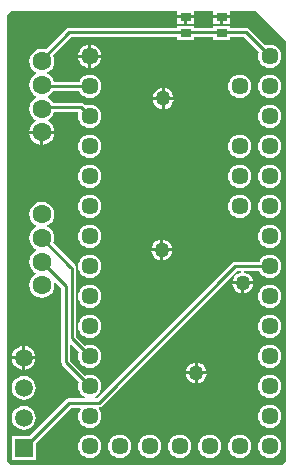
<source format=gtl>
G04 Layer_Physical_Order=1*
G04 Layer_Color=255*
%FSAX24Y24*%
%MOIN*%
G70*
G01*
G75*
%ADD10R,0.0354X0.0276*%
%ADD11C,0.0100*%
%ADD12R,0.0591X0.0591*%
%ADD13C,0.0591*%
%ADD14C,0.0630*%
%ADD15C,0.0570*%
%ADD16C,0.0500*%
G36*
X022458Y046941D02*
Y032959D01*
X022341Y032842D01*
X013259D01*
X013142Y032959D01*
Y047841D01*
X013259Y047958D01*
X018823D01*
Y047826D01*
X019377D01*
Y047958D01*
X020023D01*
Y047826D01*
X020577D01*
Y047958D01*
X021441D01*
X022458Y046941D01*
D02*
G37*
%LPC*%
G36*
X013750Y036792D02*
Y036450D01*
X014092D01*
X014085Y036503D01*
X014045Y036599D01*
X013982Y036682D01*
X013899Y036745D01*
X013803Y036785D01*
X013750Y036792D01*
D02*
G37*
G36*
X015900Y037838D02*
X015799Y037825D01*
X015706Y037786D01*
X015625Y037725D01*
X015564Y037644D01*
X015525Y037550D01*
X015512Y037450D01*
X015525Y037350D01*
X015564Y037256D01*
X015625Y037175D01*
X015706Y037114D01*
X015799Y037075D01*
X015900Y037062D01*
X016001Y037075D01*
X016094Y037114D01*
X016175Y037175D01*
X016236Y037256D01*
X016275Y037350D01*
X016288Y037450D01*
X016275Y037550D01*
X016236Y037644D01*
X016175Y037725D01*
X016094Y037786D01*
X016001Y037825D01*
X015900Y037838D01*
D02*
G37*
G36*
X021900D02*
X021799Y037825D01*
X021706Y037786D01*
X021625Y037725D01*
X021564Y037644D01*
X021525Y037550D01*
X021512Y037450D01*
X021525Y037350D01*
X021564Y037256D01*
X021625Y037175D01*
X021706Y037114D01*
X021799Y037075D01*
X021900Y037062D01*
X022001Y037075D01*
X022094Y037114D01*
X022175Y037175D01*
X022236Y037256D01*
X022275Y037350D01*
X022288Y037450D01*
X022275Y037550D01*
X022236Y037644D01*
X022175Y037725D01*
X022094Y037786D01*
X022001Y037825D01*
X021900Y037838D01*
D02*
G37*
G36*
X013650Y036792D02*
X013597Y036785D01*
X013501Y036745D01*
X013418Y036682D01*
X013355Y036599D01*
X013315Y036503D01*
X013308Y036450D01*
X013650D01*
Y036792D01*
D02*
G37*
G36*
Y036350D02*
X013308D01*
X013315Y036297D01*
X013355Y036201D01*
X013418Y036118D01*
X013501Y036055D01*
X013597Y036015D01*
X013650Y036008D01*
Y036350D01*
D02*
G37*
G36*
X014092D02*
X013750D01*
Y036008D01*
X013803Y036015D01*
X013899Y036055D01*
X013982Y036118D01*
X014045Y036201D01*
X014085Y036297D01*
X014092Y036350D01*
D02*
G37*
G36*
X021900Y036838D02*
X021799Y036825D01*
X021706Y036786D01*
X021625Y036725D01*
X021564Y036644D01*
X021525Y036551D01*
X021512Y036450D01*
X021525Y036349D01*
X021564Y036256D01*
X021625Y036175D01*
X021706Y036114D01*
X021799Y036075D01*
X021900Y036062D01*
X022001Y036075D01*
X022094Y036114D01*
X022175Y036175D01*
X022236Y036256D01*
X022275Y036349D01*
X022288Y036450D01*
X022275Y036551D01*
X022236Y036644D01*
X022175Y036725D01*
X022094Y036786D01*
X022001Y036825D01*
X021900Y036838D01*
D02*
G37*
G36*
X015900Y038838D02*
X015799Y038825D01*
X015706Y038786D01*
X015625Y038725D01*
X015564Y038644D01*
X015525Y038551D01*
X015512Y038450D01*
X015525Y038349D01*
X015564Y038256D01*
X015625Y038175D01*
X015706Y038114D01*
X015799Y038075D01*
X015900Y038062D01*
X016001Y038075D01*
X016094Y038114D01*
X016175Y038175D01*
X016236Y038256D01*
X016275Y038349D01*
X016288Y038450D01*
X016275Y038551D01*
X016236Y038644D01*
X016175Y038725D01*
X016094Y038786D01*
X016001Y038825D01*
X015900Y038838D01*
D02*
G37*
G36*
X014300Y041602D02*
X014192Y041588D01*
X014091Y041546D01*
X014004Y041480D01*
X013937Y041393D01*
X013896Y041292D01*
X013881Y041184D01*
X013896Y041075D01*
X013937Y040974D01*
X014004Y040888D01*
X014091Y040821D01*
X014109Y040814D01*
Y040764D01*
X014091Y040756D01*
X014004Y040690D01*
X013937Y040603D01*
X013896Y040502D01*
X013881Y040394D01*
X013896Y040285D01*
X013937Y040184D01*
X014004Y040098D01*
X014091Y040031D01*
X014106Y040025D01*
Y039975D01*
X014091Y039969D01*
X014004Y039902D01*
X013937Y039816D01*
X013896Y039715D01*
X013881Y039606D01*
X013896Y039498D01*
X013937Y039397D01*
X014004Y039310D01*
X014091Y039244D01*
X014106Y039238D01*
Y039188D01*
X014091Y039181D01*
X014004Y039115D01*
X013937Y039028D01*
X013896Y038927D01*
X013881Y038819D01*
X013896Y038711D01*
X013937Y038610D01*
X014004Y038523D01*
X014091Y038456D01*
X014192Y038415D01*
X014300Y038400D01*
X014408Y038415D01*
X014509Y038456D01*
X014596Y038523D01*
X014662Y038610D01*
X014704Y038711D01*
X014719Y038819D01*
X014706Y038913D01*
X014751Y038939D01*
X014947Y038743D01*
Y036250D01*
X014959Y036191D01*
X014992Y036142D01*
X015542Y035592D01*
X015525Y035550D01*
X015512Y035450D01*
X015525Y035350D01*
X015564Y035256D01*
X015625Y035175D01*
X015706Y035114D01*
X015732Y035103D01*
X015722Y035053D01*
X015200D01*
X015141Y035041D01*
X015092Y035008D01*
X013879Y033795D01*
X013305D01*
Y033005D01*
X014095D01*
Y033579D01*
X015263Y034747D01*
X015580D01*
X015604Y034697D01*
X015564Y034644D01*
X015525Y034550D01*
X015512Y034450D01*
X015525Y034350D01*
X015564Y034256D01*
X015625Y034175D01*
X015706Y034114D01*
X015799Y034075D01*
X015900Y034062D01*
X016001Y034075D01*
X016094Y034114D01*
X016175Y034175D01*
X016236Y034256D01*
X016275Y034350D01*
X016288Y034450D01*
X016275Y034550D01*
X016236Y034644D01*
X016196Y034697D01*
X016197Y034710D01*
X016218Y034751D01*
X016259Y034759D01*
X016308Y034792D01*
X020813Y039297D01*
X020951D01*
X020955Y039247D01*
X020909Y039241D01*
X020823Y039206D01*
X020750Y039150D01*
X020694Y039077D01*
X020659Y038991D01*
X020654Y038950D01*
X021346D01*
X021341Y038991D01*
X021306Y039077D01*
X021250Y039150D01*
X021177Y039206D01*
X021091Y039241D01*
X021045Y039247D01*
X021049Y039297D01*
X021547D01*
X021564Y039256D01*
X021625Y039175D01*
X021706Y039114D01*
X021799Y039075D01*
X021900Y039062D01*
X022001Y039075D01*
X022094Y039114D01*
X022175Y039175D01*
X022236Y039256D01*
X022275Y039350D01*
X022288Y039450D01*
X022275Y039550D01*
X022236Y039644D01*
X022175Y039725D01*
X022094Y039786D01*
X022001Y039825D01*
X021900Y039838D01*
X021799Y039825D01*
X021706Y039786D01*
X021625Y039725D01*
X021564Y039644D01*
X021547Y039603D01*
X020750D01*
X020691Y039591D01*
X020642Y039558D01*
X016137Y035053D01*
X016078D01*
X016068Y035103D01*
X016094Y035114D01*
X016175Y035175D01*
X016236Y035256D01*
X016275Y035350D01*
X016288Y035450D01*
X016275Y035550D01*
X016236Y035644D01*
X016175Y035725D01*
X016094Y035786D01*
X016001Y035825D01*
X015900Y035838D01*
X015799Y035825D01*
X015758Y035808D01*
X015253Y036313D01*
Y036815D01*
X015299Y036835D01*
X015542Y036592D01*
X015525Y036551D01*
X015512Y036450D01*
X015525Y036349D01*
X015564Y036256D01*
X015625Y036175D01*
X015706Y036114D01*
X015799Y036075D01*
X015900Y036062D01*
X016001Y036075D01*
X016094Y036114D01*
X016175Y036175D01*
X016236Y036256D01*
X016275Y036349D01*
X016288Y036450D01*
X016275Y036551D01*
X016236Y036644D01*
X016175Y036725D01*
X016094Y036786D01*
X016001Y036825D01*
X015900Y036838D01*
X015799Y036825D01*
X015758Y036808D01*
X015453Y037113D01*
Y039394D01*
X015441Y039452D01*
X015408Y039502D01*
X015361Y039549D01*
X014681Y040229D01*
X014704Y040285D01*
X014719Y040394D01*
X014704Y040502D01*
X014662Y040603D01*
X014596Y040690D01*
X014509Y040756D01*
X014491Y040764D01*
Y040814D01*
X014509Y040821D01*
X014596Y040888D01*
X014662Y040974D01*
X014704Y041075D01*
X014719Y041184D01*
X014704Y041292D01*
X014662Y041393D01*
X014596Y041480D01*
X014509Y041546D01*
X014408Y041588D01*
X014300Y041602D01*
D02*
G37*
G36*
X018250Y039950D02*
X017954D01*
X017959Y039909D01*
X017994Y039823D01*
X018050Y039750D01*
X018123Y039694D01*
X018209Y039659D01*
X018250Y039654D01*
Y039950D01*
D02*
G37*
G36*
X018646D02*
X018350D01*
Y039654D01*
X018391Y039659D01*
X018477Y039694D01*
X018550Y039750D01*
X018606Y039823D01*
X018641Y039909D01*
X018646Y039950D01*
D02*
G37*
G36*
X015900Y039838D02*
X015799Y039825D01*
X015706Y039786D01*
X015625Y039725D01*
X015564Y039644D01*
X015525Y039550D01*
X015512Y039450D01*
X015525Y039350D01*
X015564Y039256D01*
X015625Y039175D01*
X015706Y039114D01*
X015799Y039075D01*
X015900Y039062D01*
X016001Y039075D01*
X016094Y039114D01*
X016175Y039175D01*
X016236Y039256D01*
X016275Y039350D01*
X016288Y039450D01*
X016275Y039550D01*
X016236Y039644D01*
X016175Y039725D01*
X016094Y039786D01*
X016001Y039825D01*
X015900Y039838D01*
D02*
G37*
G36*
X021900Y038838D02*
X021799Y038825D01*
X021706Y038786D01*
X021625Y038725D01*
X021564Y038644D01*
X021525Y038551D01*
X021512Y038450D01*
X021525Y038349D01*
X021564Y038256D01*
X021625Y038175D01*
X021706Y038114D01*
X021799Y038075D01*
X021900Y038062D01*
X022001Y038075D01*
X022094Y038114D01*
X022175Y038175D01*
X022236Y038256D01*
X022275Y038349D01*
X022288Y038450D01*
X022275Y038551D01*
X022236Y038644D01*
X022175Y038725D01*
X022094Y038786D01*
X022001Y038825D01*
X021900Y038838D01*
D02*
G37*
G36*
X020950Y038850D02*
X020654D01*
X020659Y038809D01*
X020694Y038723D01*
X020750Y038650D01*
X020823Y038594D01*
X020909Y038559D01*
X020950Y038554D01*
Y038850D01*
D02*
G37*
G36*
X021346D02*
X021050D01*
Y038554D01*
X021091Y038559D01*
X021177Y038594D01*
X021250Y038650D01*
X021306Y038723D01*
X021341Y038809D01*
X021346Y038850D01*
D02*
G37*
G36*
X019900Y033838D02*
X019799Y033825D01*
X019706Y033786D01*
X019625Y033725D01*
X019564Y033644D01*
X019525Y033551D01*
X019512Y033450D01*
X019525Y033349D01*
X019564Y033256D01*
X019625Y033175D01*
X019706Y033114D01*
X019799Y033075D01*
X019900Y033062D01*
X020001Y033075D01*
X020094Y033114D01*
X020175Y033175D01*
X020236Y033256D01*
X020275Y033349D01*
X020288Y033450D01*
X020275Y033551D01*
X020236Y033644D01*
X020175Y033725D01*
X020094Y033786D01*
X020001Y033825D01*
X019900Y033838D01*
D02*
G37*
G36*
X020900D02*
X020800Y033825D01*
X020706Y033786D01*
X020625Y033725D01*
X020564Y033644D01*
X020525Y033551D01*
X020512Y033450D01*
X020525Y033349D01*
X020564Y033256D01*
X020625Y033175D01*
X020706Y033114D01*
X020800Y033075D01*
X020900Y033062D01*
X021000Y033075D01*
X021094Y033114D01*
X021175Y033175D01*
X021236Y033256D01*
X021275Y033349D01*
X021288Y033450D01*
X021275Y033551D01*
X021236Y033644D01*
X021175Y033725D01*
X021094Y033786D01*
X021000Y033825D01*
X020900Y033838D01*
D02*
G37*
G36*
X021900D02*
X021799Y033825D01*
X021706Y033786D01*
X021625Y033725D01*
X021564Y033644D01*
X021525Y033551D01*
X021512Y033450D01*
X021525Y033349D01*
X021564Y033256D01*
X021625Y033175D01*
X021706Y033114D01*
X021799Y033075D01*
X021900Y033062D01*
X022001Y033075D01*
X022094Y033114D01*
X022175Y033175D01*
X022236Y033256D01*
X022275Y033349D01*
X022288Y033450D01*
X022275Y033551D01*
X022236Y033644D01*
X022175Y033725D01*
X022094Y033786D01*
X022001Y033825D01*
X021900Y033838D01*
D02*
G37*
G36*
X018900D02*
X018799Y033825D01*
X018706Y033786D01*
X018625Y033725D01*
X018564Y033644D01*
X018525Y033551D01*
X018512Y033450D01*
X018525Y033349D01*
X018564Y033256D01*
X018625Y033175D01*
X018706Y033114D01*
X018799Y033075D01*
X018900Y033062D01*
X019001Y033075D01*
X019094Y033114D01*
X019175Y033175D01*
X019236Y033256D01*
X019275Y033349D01*
X019288Y033450D01*
X019275Y033551D01*
X019236Y033644D01*
X019175Y033725D01*
X019094Y033786D01*
X019001Y033825D01*
X018900Y033838D01*
D02*
G37*
G36*
X015900D02*
X015799Y033825D01*
X015706Y033786D01*
X015625Y033725D01*
X015564Y033644D01*
X015525Y033551D01*
X015512Y033450D01*
X015525Y033349D01*
X015564Y033256D01*
X015625Y033175D01*
X015706Y033114D01*
X015799Y033075D01*
X015900Y033062D01*
X016001Y033075D01*
X016094Y033114D01*
X016175Y033175D01*
X016236Y033256D01*
X016275Y033349D01*
X016288Y033450D01*
X016275Y033551D01*
X016236Y033644D01*
X016175Y033725D01*
X016094Y033786D01*
X016001Y033825D01*
X015900Y033838D01*
D02*
G37*
G36*
X016900D02*
X016799Y033825D01*
X016706Y033786D01*
X016625Y033725D01*
X016564Y033644D01*
X016525Y033551D01*
X016512Y033450D01*
X016525Y033349D01*
X016564Y033256D01*
X016625Y033175D01*
X016706Y033114D01*
X016799Y033075D01*
X016900Y033062D01*
X017001Y033075D01*
X017094Y033114D01*
X017175Y033175D01*
X017236Y033256D01*
X017275Y033349D01*
X017288Y033450D01*
X017275Y033551D01*
X017236Y033644D01*
X017175Y033725D01*
X017094Y033786D01*
X017001Y033825D01*
X016900Y033838D01*
D02*
G37*
G36*
X017900D02*
X017799Y033825D01*
X017706Y033786D01*
X017625Y033725D01*
X017564Y033644D01*
X017525Y033551D01*
X017512Y033450D01*
X017525Y033349D01*
X017564Y033256D01*
X017625Y033175D01*
X017706Y033114D01*
X017799Y033075D01*
X017900Y033062D01*
X018001Y033075D01*
X018094Y033114D01*
X018175Y033175D01*
X018236Y033256D01*
X018275Y033349D01*
X018288Y033450D01*
X018275Y033551D01*
X018236Y033644D01*
X018175Y033725D01*
X018094Y033786D01*
X018001Y033825D01*
X017900Y033838D01*
D02*
G37*
G36*
X013700Y034799D02*
X013597Y034785D01*
X013501Y034745D01*
X013418Y034682D01*
X013355Y034599D01*
X013315Y034503D01*
X013301Y034400D01*
X013315Y034297D01*
X013355Y034201D01*
X013418Y034118D01*
X013501Y034055D01*
X013597Y034015D01*
X013700Y034001D01*
X013803Y034015D01*
X013899Y034055D01*
X013982Y034118D01*
X014045Y034201D01*
X014085Y034297D01*
X014099Y034400D01*
X014085Y034503D01*
X014045Y034599D01*
X013982Y034682D01*
X013899Y034745D01*
X013803Y034785D01*
X013700Y034799D01*
D02*
G37*
G36*
X019796Y035850D02*
X019500D01*
Y035554D01*
X019541Y035559D01*
X019627Y035594D01*
X019700Y035650D01*
X019756Y035723D01*
X019791Y035809D01*
X019796Y035850D01*
D02*
G37*
G36*
X019400Y036246D02*
X019359Y036241D01*
X019273Y036206D01*
X019200Y036150D01*
X019144Y036077D01*
X019109Y035991D01*
X019104Y035950D01*
X019400D01*
Y036246D01*
D02*
G37*
G36*
X019500D02*
Y035950D01*
X019796D01*
X019791Y035991D01*
X019756Y036077D01*
X019700Y036150D01*
X019627Y036206D01*
X019541Y036241D01*
X019500Y036246D01*
D02*
G37*
G36*
X019400Y035850D02*
X019104D01*
X019109Y035809D01*
X019144Y035723D01*
X019200Y035650D01*
X019273Y035594D01*
X019359Y035559D01*
X019400Y035554D01*
Y035850D01*
D02*
G37*
G36*
X021900Y034838D02*
X021799Y034825D01*
X021706Y034786D01*
X021625Y034725D01*
X021564Y034644D01*
X021525Y034550D01*
X021512Y034450D01*
X021525Y034350D01*
X021564Y034256D01*
X021625Y034175D01*
X021706Y034114D01*
X021799Y034075D01*
X021900Y034062D01*
X022001Y034075D01*
X022094Y034114D01*
X022175Y034175D01*
X022236Y034256D01*
X022275Y034350D01*
X022288Y034450D01*
X022275Y034550D01*
X022236Y034644D01*
X022175Y034725D01*
X022094Y034786D01*
X022001Y034825D01*
X021900Y034838D01*
D02*
G37*
G36*
X013700Y035799D02*
X013597Y035785D01*
X013501Y035745D01*
X013418Y035682D01*
X013355Y035599D01*
X013315Y035503D01*
X013301Y035400D01*
X013315Y035297D01*
X013355Y035201D01*
X013418Y035118D01*
X013501Y035055D01*
X013597Y035015D01*
X013700Y035001D01*
X013803Y035015D01*
X013899Y035055D01*
X013982Y035118D01*
X014045Y035201D01*
X014085Y035297D01*
X014099Y035400D01*
X014085Y035503D01*
X014045Y035599D01*
X013982Y035682D01*
X013899Y035745D01*
X013803Y035785D01*
X013700Y035799D01*
D02*
G37*
G36*
X021900Y035838D02*
X021799Y035825D01*
X021706Y035786D01*
X021625Y035725D01*
X021564Y035644D01*
X021525Y035550D01*
X021512Y035450D01*
X021525Y035350D01*
X021564Y035256D01*
X021625Y035175D01*
X021706Y035114D01*
X021799Y035075D01*
X021900Y035062D01*
X022001Y035075D01*
X022094Y035114D01*
X022175Y035175D01*
X022236Y035256D01*
X022275Y035350D01*
X022288Y035450D01*
X022275Y035550D01*
X022236Y035644D01*
X022175Y035725D01*
X022094Y035786D01*
X022001Y035825D01*
X021900Y035838D01*
D02*
G37*
G36*
X018250Y040346D02*
X018209Y040341D01*
X018123Y040306D01*
X018050Y040250D01*
X017994Y040177D01*
X017959Y040091D01*
X017954Y040050D01*
X018250D01*
Y040346D01*
D02*
G37*
G36*
X018300Y045396D02*
X018259Y045391D01*
X018173Y045356D01*
X018100Y045300D01*
X018044Y045227D01*
X018009Y045141D01*
X018004Y045100D01*
X018300D01*
Y045396D01*
D02*
G37*
G36*
X018400D02*
Y045100D01*
X018696D01*
X018691Y045141D01*
X018656Y045227D01*
X018600Y045300D01*
X018527Y045356D01*
X018441Y045391D01*
X018400Y045396D01*
D02*
G37*
G36*
X015850Y046400D02*
X015518D01*
X015525Y046349D01*
X015564Y046256D01*
X015625Y046175D01*
X015706Y046114D01*
X015799Y046075D01*
X015850Y046068D01*
Y046400D01*
D02*
G37*
G36*
X021900Y045838D02*
X021799Y045825D01*
X021706Y045786D01*
X021625Y045725D01*
X021564Y045644D01*
X021525Y045551D01*
X021512Y045450D01*
X021525Y045349D01*
X021564Y045256D01*
X021625Y045175D01*
X021706Y045114D01*
X021799Y045075D01*
X021900Y045062D01*
X022001Y045075D01*
X022094Y045114D01*
X022175Y045175D01*
X022236Y045256D01*
X022275Y045349D01*
X022288Y045450D01*
X022275Y045551D01*
X022236Y045644D01*
X022175Y045725D01*
X022094Y045786D01*
X022001Y045825D01*
X021900Y045838D01*
D02*
G37*
G36*
X018300Y045000D02*
X018004D01*
X018009Y044959D01*
X018044Y044873D01*
X018100Y044800D01*
X018173Y044744D01*
X018259Y044709D01*
X018300Y044704D01*
Y045000D01*
D02*
G37*
G36*
X018696D02*
X018400D01*
Y044704D01*
X018441Y044709D01*
X018527Y044744D01*
X018600Y044800D01*
X018656Y044873D01*
X018691Y044959D01*
X018696Y045000D01*
D02*
G37*
G36*
X020900Y045838D02*
X020800Y045825D01*
X020706Y045786D01*
X020625Y045725D01*
X020564Y045644D01*
X020525Y045551D01*
X020512Y045450D01*
X020525Y045349D01*
X020564Y045256D01*
X020625Y045175D01*
X020706Y045114D01*
X020800Y045075D01*
X020900Y045062D01*
X021000Y045075D01*
X021094Y045114D01*
X021175Y045175D01*
X021236Y045256D01*
X021275Y045349D01*
X021288Y045450D01*
X021275Y045551D01*
X021236Y045644D01*
X021175Y045725D01*
X021094Y045786D01*
X021000Y045825D01*
X020900Y045838D01*
D02*
G37*
G36*
X016282Y046400D02*
X015950D01*
Y046068D01*
X016001Y046075D01*
X016094Y046114D01*
X016175Y046175D01*
X016236Y046256D01*
X016275Y046349D01*
X016282Y046400D01*
D02*
G37*
G36*
X019377Y047726D02*
X019150D01*
Y047538D01*
X019377D01*
Y047726D01*
D02*
G37*
G36*
X020250D02*
X020023D01*
Y047538D01*
X020250D01*
Y047726D01*
D02*
G37*
G36*
X020577D02*
X020350D01*
Y047538D01*
X020577D01*
Y047726D01*
D02*
G37*
G36*
X019050D02*
X018823D01*
Y047538D01*
X019050D01*
Y047726D01*
D02*
G37*
G36*
X015850Y046832D02*
X015799Y046825D01*
X015706Y046786D01*
X015625Y046725D01*
X015564Y046644D01*
X015525Y046551D01*
X015518Y046500D01*
X015850D01*
Y046832D01*
D02*
G37*
G36*
X015950D02*
Y046500D01*
X016282D01*
X016275Y046551D01*
X016236Y046644D01*
X016175Y046725D01*
X016094Y046786D01*
X016001Y046825D01*
X015950Y046832D01*
D02*
G37*
G36*
X020577Y047462D02*
X020023D01*
Y047403D01*
X019377D01*
Y047462D01*
X018823D01*
Y047403D01*
X015216D01*
X015158Y047391D01*
X015108Y047358D01*
X014429Y046679D01*
X014408Y046688D01*
X014300Y046702D01*
X014192Y046688D01*
X014091Y046646D01*
X014004Y046580D01*
X013937Y046493D01*
X013896Y046392D01*
X013881Y046284D01*
X013896Y046175D01*
X013937Y046074D01*
X014004Y045988D01*
X014091Y045921D01*
X014109Y045914D01*
Y045864D01*
X014091Y045856D01*
X014004Y045790D01*
X013937Y045703D01*
X013896Y045602D01*
X013881Y045494D01*
X013896Y045385D01*
X013937Y045284D01*
X014004Y045198D01*
X014091Y045131D01*
X014106Y045125D01*
Y045075D01*
X014091Y045069D01*
X014004Y045002D01*
X013937Y044916D01*
X013896Y044815D01*
X013881Y044706D01*
X013896Y044598D01*
X013937Y044497D01*
X014004Y044410D01*
X014091Y044344D01*
X014106Y044338D01*
Y044288D01*
X014091Y044281D01*
X014004Y044215D01*
X013937Y044128D01*
X013896Y044027D01*
X013888Y043969D01*
X014300D01*
X014712D01*
X014704Y044027D01*
X014662Y044128D01*
X014596Y044215D01*
X014509Y044281D01*
X014494Y044288D01*
Y044338D01*
X014509Y044344D01*
X014596Y044410D01*
X014662Y044497D01*
X014704Y044598D01*
X014705Y044603D01*
X015493D01*
X015526Y044553D01*
X015525Y044551D01*
X015512Y044450D01*
X015525Y044349D01*
X015564Y044256D01*
X015625Y044175D01*
X015706Y044114D01*
X015799Y044075D01*
X015900Y044062D01*
X016001Y044075D01*
X016094Y044114D01*
X016175Y044175D01*
X016236Y044256D01*
X016275Y044349D01*
X016288Y044450D01*
X016275Y044551D01*
X016236Y044644D01*
X016175Y044725D01*
X016094Y044786D01*
X016001Y044825D01*
X015900Y044838D01*
X015799Y044825D01*
X015758Y044808D01*
X015702Y044864D01*
X015652Y044898D01*
X015594Y044909D01*
X014665D01*
X014662Y044916D01*
X014596Y045002D01*
X014509Y045069D01*
X014494Y045075D01*
Y045125D01*
X014509Y045131D01*
X014596Y045198D01*
X014662Y045284D01*
X014668Y045297D01*
X015547D01*
X015564Y045256D01*
X015625Y045175D01*
X015706Y045114D01*
X015799Y045075D01*
X015900Y045062D01*
X016001Y045075D01*
X016094Y045114D01*
X016175Y045175D01*
X016236Y045256D01*
X016275Y045349D01*
X016288Y045450D01*
X016275Y045551D01*
X016236Y045644D01*
X016175Y045725D01*
X016094Y045786D01*
X016001Y045825D01*
X015900Y045838D01*
X015799Y045825D01*
X015706Y045786D01*
X015625Y045725D01*
X015564Y045644D01*
X015547Y045603D01*
X014704D01*
X014662Y045703D01*
X014596Y045790D01*
X014509Y045856D01*
X014491Y045864D01*
Y045914D01*
X014509Y045921D01*
X014596Y045988D01*
X014662Y046074D01*
X014704Y046175D01*
X014719Y046284D01*
X014704Y046392D01*
X014666Y046484D01*
X015280Y047097D01*
X018823D01*
Y046987D01*
X019377D01*
Y047097D01*
X020023D01*
Y046987D01*
X020577D01*
Y047097D01*
X021037D01*
X021542Y046592D01*
X021525Y046551D01*
X021512Y046450D01*
X021525Y046349D01*
X021564Y046256D01*
X021625Y046175D01*
X021706Y046114D01*
X021799Y046075D01*
X021900Y046062D01*
X022001Y046075D01*
X022094Y046114D01*
X022175Y046175D01*
X022236Y046256D01*
X022275Y046349D01*
X022288Y046450D01*
X022275Y046551D01*
X022236Y046644D01*
X022175Y046725D01*
X022094Y046786D01*
X022001Y046825D01*
X021900Y046838D01*
X021799Y046825D01*
X021758Y046808D01*
X021208Y047358D01*
X021159Y047391D01*
X021100Y047403D01*
X020577D01*
Y047462D01*
D02*
G37*
G36*
X020900Y041838D02*
X020800Y041825D01*
X020706Y041786D01*
X020625Y041725D01*
X020564Y041644D01*
X020525Y041551D01*
X020512Y041450D01*
X020525Y041349D01*
X020564Y041256D01*
X020625Y041175D01*
X020706Y041114D01*
X020800Y041075D01*
X020900Y041062D01*
X021000Y041075D01*
X021094Y041114D01*
X021175Y041175D01*
X021236Y041256D01*
X021275Y041349D01*
X021288Y041450D01*
X021275Y041551D01*
X021236Y041644D01*
X021175Y041725D01*
X021094Y041786D01*
X021000Y041825D01*
X020900Y041838D01*
D02*
G37*
G36*
X021900D02*
X021799Y041825D01*
X021706Y041786D01*
X021625Y041725D01*
X021564Y041644D01*
X021525Y041551D01*
X021512Y041450D01*
X021525Y041349D01*
X021564Y041256D01*
X021625Y041175D01*
X021706Y041114D01*
X021799Y041075D01*
X021900Y041062D01*
X022001Y041075D01*
X022094Y041114D01*
X022175Y041175D01*
X022236Y041256D01*
X022275Y041349D01*
X022288Y041450D01*
X022275Y041551D01*
X022236Y041644D01*
X022175Y041725D01*
X022094Y041786D01*
X022001Y041825D01*
X021900Y041838D01*
D02*
G37*
G36*
X015900Y042838D02*
X015799Y042825D01*
X015706Y042786D01*
X015625Y042725D01*
X015564Y042644D01*
X015525Y042551D01*
X015512Y042450D01*
X015525Y042349D01*
X015564Y042256D01*
X015625Y042175D01*
X015706Y042114D01*
X015799Y042075D01*
X015900Y042062D01*
X016001Y042075D01*
X016094Y042114D01*
X016175Y042175D01*
X016236Y042256D01*
X016275Y042349D01*
X016288Y042450D01*
X016275Y042551D01*
X016236Y042644D01*
X016175Y042725D01*
X016094Y042786D01*
X016001Y042825D01*
X015900Y042838D01*
D02*
G37*
G36*
Y041838D02*
X015799Y041825D01*
X015706Y041786D01*
X015625Y041725D01*
X015564Y041644D01*
X015525Y041551D01*
X015512Y041450D01*
X015525Y041349D01*
X015564Y041256D01*
X015625Y041175D01*
X015706Y041114D01*
X015799Y041075D01*
X015900Y041062D01*
X016001Y041075D01*
X016094Y041114D01*
X016175Y041175D01*
X016236Y041256D01*
X016275Y041349D01*
X016288Y041450D01*
X016275Y041551D01*
X016236Y041644D01*
X016175Y041725D01*
X016094Y041786D01*
X016001Y041825D01*
X015900Y041838D01*
D02*
G37*
G36*
X018350Y040346D02*
Y040050D01*
X018646D01*
X018641Y040091D01*
X018606Y040177D01*
X018550Y040250D01*
X018477Y040306D01*
X018391Y040341D01*
X018350Y040346D01*
D02*
G37*
G36*
X015900Y040838D02*
X015799Y040825D01*
X015706Y040786D01*
X015625Y040725D01*
X015564Y040644D01*
X015525Y040550D01*
X015512Y040450D01*
X015525Y040349D01*
X015564Y040256D01*
X015625Y040175D01*
X015706Y040114D01*
X015799Y040075D01*
X015900Y040062D01*
X016001Y040075D01*
X016094Y040114D01*
X016175Y040175D01*
X016236Y040256D01*
X016275Y040349D01*
X016288Y040450D01*
X016275Y040550D01*
X016236Y040644D01*
X016175Y040725D01*
X016094Y040786D01*
X016001Y040825D01*
X015900Y040838D01*
D02*
G37*
G36*
X021900D02*
X021799Y040825D01*
X021706Y040786D01*
X021625Y040725D01*
X021564Y040644D01*
X021525Y040550D01*
X021512Y040450D01*
X021525Y040349D01*
X021564Y040256D01*
X021625Y040175D01*
X021706Y040114D01*
X021799Y040075D01*
X021900Y040062D01*
X022001Y040075D01*
X022094Y040114D01*
X022175Y040175D01*
X022236Y040256D01*
X022275Y040349D01*
X022288Y040450D01*
X022275Y040550D01*
X022236Y040644D01*
X022175Y040725D01*
X022094Y040786D01*
X022001Y040825D01*
X021900Y040838D01*
D02*
G37*
G36*
X020900Y042838D02*
X020800Y042825D01*
X020706Y042786D01*
X020625Y042725D01*
X020564Y042644D01*
X020525Y042551D01*
X020512Y042450D01*
X020525Y042349D01*
X020564Y042256D01*
X020625Y042175D01*
X020706Y042114D01*
X020800Y042075D01*
X020900Y042062D01*
X021000Y042075D01*
X021094Y042114D01*
X021175Y042175D01*
X021236Y042256D01*
X021275Y042349D01*
X021288Y042450D01*
X021275Y042551D01*
X021236Y042644D01*
X021175Y042725D01*
X021094Y042786D01*
X021000Y042825D01*
X020900Y042838D01*
D02*
G37*
G36*
X014712Y043869D02*
X014350D01*
Y043507D01*
X014408Y043515D01*
X014509Y043556D01*
X014596Y043623D01*
X014662Y043710D01*
X014704Y043811D01*
X014712Y043869D01*
D02*
G37*
G36*
X014250D02*
X013888D01*
X013896Y043811D01*
X013937Y043710D01*
X014004Y043623D01*
X014091Y043556D01*
X014192Y043515D01*
X014250Y043507D01*
Y043869D01*
D02*
G37*
G36*
X021900Y044838D02*
X021799Y044825D01*
X021706Y044786D01*
X021625Y044725D01*
X021564Y044644D01*
X021525Y044551D01*
X021512Y044450D01*
X021525Y044349D01*
X021564Y044256D01*
X021625Y044175D01*
X021706Y044114D01*
X021799Y044075D01*
X021900Y044062D01*
X022001Y044075D01*
X022094Y044114D01*
X022175Y044175D01*
X022236Y044256D01*
X022275Y044349D01*
X022288Y044450D01*
X022275Y044551D01*
X022236Y044644D01*
X022175Y044725D01*
X022094Y044786D01*
X022001Y044825D01*
X021900Y044838D01*
D02*
G37*
G36*
Y043838D02*
X021799Y043825D01*
X021706Y043786D01*
X021625Y043725D01*
X021564Y043644D01*
X021525Y043551D01*
X021512Y043450D01*
X021525Y043349D01*
X021564Y043256D01*
X021625Y043175D01*
X021706Y043114D01*
X021799Y043075D01*
X021900Y043062D01*
X022001Y043075D01*
X022094Y043114D01*
X022175Y043175D01*
X022236Y043256D01*
X022275Y043349D01*
X022288Y043450D01*
X022275Y043551D01*
X022236Y043644D01*
X022175Y043725D01*
X022094Y043786D01*
X022001Y043825D01*
X021900Y043838D01*
D02*
G37*
G36*
Y042838D02*
X021799Y042825D01*
X021706Y042786D01*
X021625Y042725D01*
X021564Y042644D01*
X021525Y042551D01*
X021512Y042450D01*
X021525Y042349D01*
X021564Y042256D01*
X021625Y042175D01*
X021706Y042114D01*
X021799Y042075D01*
X021900Y042062D01*
X022001Y042075D01*
X022094Y042114D01*
X022175Y042175D01*
X022236Y042256D01*
X022275Y042349D01*
X022288Y042450D01*
X022275Y042551D01*
X022236Y042644D01*
X022175Y042725D01*
X022094Y042786D01*
X022001Y042825D01*
X021900Y042838D01*
D02*
G37*
G36*
X015900Y043838D02*
X015799Y043825D01*
X015706Y043786D01*
X015625Y043725D01*
X015564Y043644D01*
X015525Y043551D01*
X015512Y043450D01*
X015525Y043349D01*
X015564Y043256D01*
X015625Y043175D01*
X015706Y043114D01*
X015799Y043075D01*
X015900Y043062D01*
X016001Y043075D01*
X016094Y043114D01*
X016175Y043175D01*
X016236Y043256D01*
X016275Y043349D01*
X016288Y043450D01*
X016275Y043551D01*
X016236Y043644D01*
X016175Y043725D01*
X016094Y043786D01*
X016001Y043825D01*
X015900Y043838D01*
D02*
G37*
G36*
X020900D02*
X020800Y043825D01*
X020706Y043786D01*
X020625Y043725D01*
X020564Y043644D01*
X020525Y043551D01*
X020512Y043450D01*
X020525Y043349D01*
X020564Y043256D01*
X020625Y043175D01*
X020706Y043114D01*
X020800Y043075D01*
X020900Y043062D01*
X021000Y043075D01*
X021094Y043114D01*
X021175Y043175D01*
X021236Y043256D01*
X021275Y043349D01*
X021288Y043450D01*
X021275Y043551D01*
X021236Y043644D01*
X021175Y043725D01*
X021094Y043786D01*
X021000Y043825D01*
X020900Y043838D01*
D02*
G37*
%LPD*%
D10*
X020300Y047224D02*
D03*
Y047776D02*
D03*
X019100Y047224D02*
D03*
Y047776D02*
D03*
D11*
X015200Y034900D02*
X016200D01*
X013780Y033480D02*
X015200Y034900D01*
X013780Y033200D02*
Y033480D01*
X016200Y034900D02*
X020750Y039450D01*
X015300Y037050D02*
Y039394D01*
X015253Y039441D02*
X015300Y039394D01*
Y037050D02*
X015900Y036450D01*
X014300Y039606D02*
X015100Y038806D01*
Y036250D02*
Y038806D01*
Y036250D02*
X015900Y035450D01*
X015216Y047250D02*
X021100D01*
X014300Y046334D02*
X015216Y047250D01*
X014300Y045450D02*
X015900D01*
X015594Y044756D02*
X015900Y044450D01*
X014300Y044756D02*
X015594D01*
X014300Y040394D02*
X015253Y039441D01*
X020750Y039450D02*
X021900D01*
X021100Y047250D02*
X021900Y046450D01*
D12*
X013700Y033400D02*
D03*
D13*
Y034400D02*
D03*
Y035400D02*
D03*
Y036400D02*
D03*
D14*
X014300Y038819D02*
D03*
Y039606D02*
D03*
Y040394D02*
D03*
Y041184D02*
D03*
Y043919D02*
D03*
Y044706D02*
D03*
Y045494D02*
D03*
Y046284D02*
D03*
D15*
X015900Y046450D02*
D03*
Y045450D02*
D03*
Y044450D02*
D03*
Y043450D02*
D03*
Y042450D02*
D03*
Y041450D02*
D03*
Y040450D02*
D03*
Y039450D02*
D03*
Y038450D02*
D03*
Y037450D02*
D03*
Y036450D02*
D03*
Y035450D02*
D03*
Y034450D02*
D03*
Y033450D02*
D03*
X016900D02*
D03*
X017900D02*
D03*
X018900D02*
D03*
X019900D02*
D03*
X020900D02*
D03*
X021900D02*
D03*
Y034450D02*
D03*
Y035450D02*
D03*
Y036450D02*
D03*
Y037450D02*
D03*
Y038450D02*
D03*
Y039450D02*
D03*
Y040450D02*
D03*
Y041450D02*
D03*
Y042450D02*
D03*
Y043450D02*
D03*
Y044450D02*
D03*
Y045450D02*
D03*
Y046450D02*
D03*
X020900Y045450D02*
D03*
Y043450D02*
D03*
Y042450D02*
D03*
Y041450D02*
D03*
D16*
X021000Y038900D02*
D03*
X018350Y045050D02*
D03*
X019450Y035900D02*
D03*
X018300Y040000D02*
D03*
M02*

</source>
